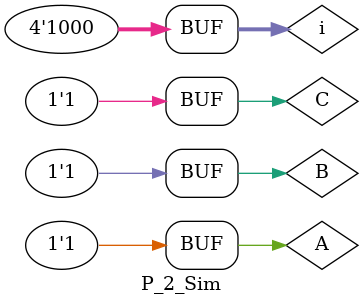
<source format=v>
`timescale 1ns / 1ps


module P_2_Sim( );

    reg A, B, C;
    wire Y;
    reg [3:0] i;
    P_2 UUT(.A(A), .B(B), .C(C), .Y(Y));
    
    initial begin
        for(i=0; i< 4'b1000; i=i+1)
        begin
            A= i[2];
            B= i[1];
            C= i[0];
            #5;
        end
        
    end
endmodule

</source>
